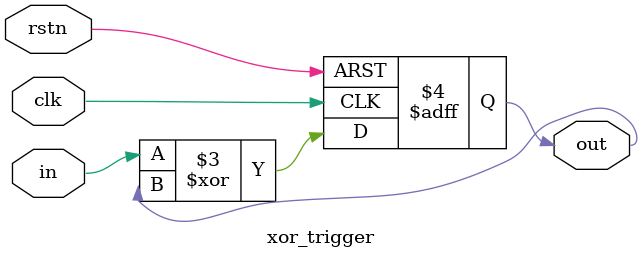
<source format=v>
module xor_trigger (
    input clk,
    input rstn,
    input in, 
    output reg out
);
always@(posedge clk or negedge rstn) begin
    if(~rstn) out <= 0;
	else out <= in ^ out;    
end
endmodule
</source>
